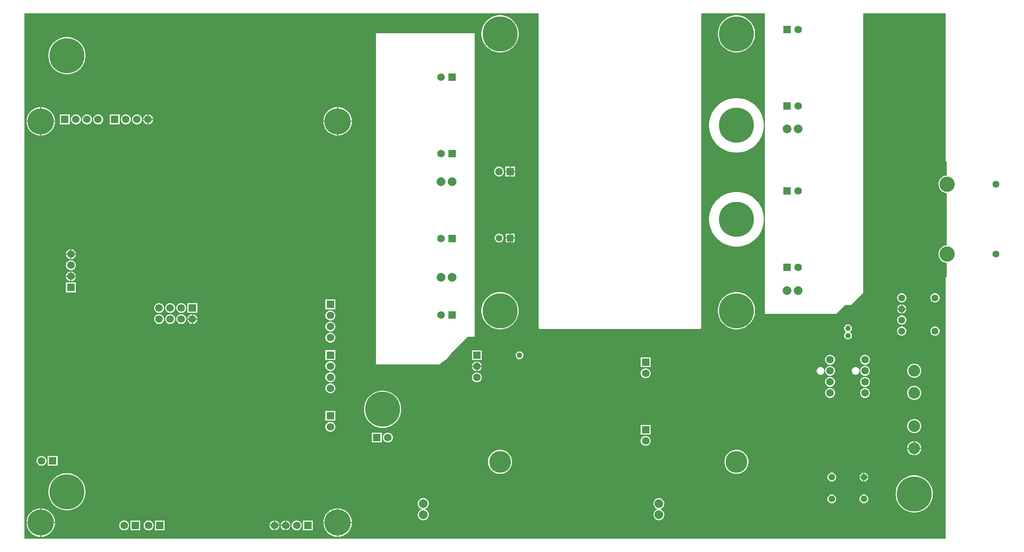
<source format=gbl>
G04*
G04 #@! TF.GenerationSoftware,Altium Limited,Altium Designer,22.8.2 (66)*
G04*
G04 Layer_Physical_Order=2*
G04 Layer_Color=16711680*
%FSLAX44Y44*%
%MOMM*%
G71*
G04*
G04 #@! TF.SameCoordinates,71C3AFDF-B8C1-413B-9B0B-563F97835029*
G04*
G04*
G04 #@! TF.FilePolarity,Positive*
G04*
G01*
G75*
%ADD47R,1.5000X1.5000*%
%ADD48C,1.5000*%
%ADD49R,1.7500X1.7500*%
%ADD50C,1.7500*%
%ADD51R,1.7500X1.7500*%
%ADD52C,8.0000*%
%ADD53C,2.0000*%
%ADD54C,5.0000*%
%ADD55C,3.5000*%
%ADD56C,1.6000*%
%ADD57C,2.7000*%
%ADD58C,6.0000*%
%ADD59C,1.2700*%
G36*
X2167860Y941070D02*
X2168057Y940079D01*
X2168619Y939239D01*
X2169459Y938678D01*
X2170450Y938480D01*
Y906380D01*
X2169726D01*
X2165854Y905610D01*
X2162207Y904099D01*
X2158925Y901906D01*
X2156134Y899115D01*
X2153941Y895833D01*
X2152430Y892186D01*
X2151660Y888314D01*
Y884366D01*
X2152430Y880495D01*
X2153941Y876848D01*
X2156134Y873565D01*
X2158925Y870774D01*
X2162207Y868581D01*
X2165854Y867070D01*
X2169726Y866300D01*
X2170450D01*
Y746380D01*
X2169726D01*
X2165854Y745610D01*
X2162207Y744099D01*
X2158925Y741906D01*
X2156134Y739115D01*
X2153941Y735833D01*
X2152430Y732186D01*
X2151660Y728314D01*
Y724366D01*
X2152430Y720495D01*
X2153941Y716848D01*
X2156134Y713565D01*
X2158925Y710774D01*
X2162207Y708581D01*
X2165854Y707070D01*
X2169726Y706300D01*
X2170450D01*
Y674420D01*
X2169459Y674222D01*
X2168618Y673661D01*
X2168057Y672821D01*
X2167860Y671830D01*
X2167860Y73420D01*
X670450D01*
X58039Y73419D01*
X58039Y1278890D01*
X1236131Y1278890D01*
X1236131Y557530D01*
X1236328Y556539D01*
X1236889Y555699D01*
X1237729Y555137D01*
X1238720Y554940D01*
X1605500Y554940D01*
X1606491Y555137D01*
X1607331Y555699D01*
X1607892Y556539D01*
X1608089Y557530D01*
X1608089Y1278890D01*
X1753870D01*
Y589280D01*
X1917700Y589280D01*
X1938020Y609600D01*
X1951040D01*
X1979420Y637980D01*
X1979420Y1278890D01*
X2167860D01*
Y941070D01*
D02*
G37*
%LPC*%
G36*
X1691748Y1274020D02*
X1686172D01*
X1680643Y1273292D01*
X1675257Y1271849D01*
X1670105Y1269715D01*
X1665275Y1266927D01*
X1660851Y1263532D01*
X1656908Y1259589D01*
X1653513Y1255165D01*
X1650725Y1250335D01*
X1648591Y1245183D01*
X1647148Y1239797D01*
X1646420Y1234268D01*
Y1228692D01*
X1647148Y1223163D01*
X1648591Y1217777D01*
X1650725Y1212625D01*
X1653513Y1207795D01*
X1656908Y1203371D01*
X1660851Y1199428D01*
X1665275Y1196033D01*
X1670105Y1193245D01*
X1675257Y1191111D01*
X1680643Y1189668D01*
X1686172Y1188940D01*
X1691748D01*
X1697277Y1189668D01*
X1702663Y1191111D01*
X1707815Y1193245D01*
X1712645Y1196033D01*
X1717069Y1199428D01*
X1721012Y1203371D01*
X1724407Y1207795D01*
X1727195Y1212625D01*
X1729329Y1217777D01*
X1730772Y1223163D01*
X1731500Y1228692D01*
Y1234268D01*
X1730772Y1239797D01*
X1729329Y1245183D01*
X1727195Y1250335D01*
X1724407Y1255165D01*
X1721012Y1259589D01*
X1717069Y1263532D01*
X1712645Y1266927D01*
X1707815Y1269715D01*
X1702663Y1271849D01*
X1697277Y1273292D01*
X1691748Y1274020D01*
D02*
G37*
G36*
X1150153D02*
X1144577D01*
X1139048Y1273292D01*
X1133662Y1271849D01*
X1128510Y1269715D01*
X1123680Y1266927D01*
X1119256Y1263532D01*
X1115313Y1259589D01*
X1111918Y1255165D01*
X1109130Y1250335D01*
X1106996Y1245183D01*
X1105553Y1239797D01*
X1104825Y1234268D01*
Y1228692D01*
X1105553Y1223163D01*
X1106996Y1217777D01*
X1109130Y1212625D01*
X1111918Y1207795D01*
X1115313Y1203371D01*
X1119256Y1199428D01*
X1123680Y1196033D01*
X1128510Y1193245D01*
X1133662Y1191111D01*
X1139048Y1189668D01*
X1144577Y1188940D01*
X1150153D01*
X1155682Y1189668D01*
X1161068Y1191111D01*
X1166220Y1193245D01*
X1171050Y1196033D01*
X1175474Y1199428D01*
X1179417Y1203371D01*
X1182812Y1207795D01*
X1185600Y1212625D01*
X1187734Y1217777D01*
X1189177Y1223163D01*
X1189905Y1228692D01*
Y1234268D01*
X1189177Y1239797D01*
X1187734Y1245183D01*
X1185600Y1250335D01*
X1182812Y1255165D01*
X1179417Y1259589D01*
X1175474Y1263532D01*
X1171050Y1266927D01*
X1166220Y1269715D01*
X1161068Y1271849D01*
X1155682Y1273292D01*
X1150153Y1274020D01*
D02*
G37*
G36*
X158238Y1224020D02*
X152662D01*
X147133Y1223292D01*
X141747Y1221849D01*
X136595Y1219715D01*
X131765Y1216927D01*
X127341Y1213532D01*
X123398Y1209589D01*
X120003Y1205165D01*
X117215Y1200335D01*
X115081Y1195183D01*
X113638Y1189797D01*
X112910Y1184268D01*
Y1178692D01*
X113638Y1173163D01*
X115081Y1167777D01*
X117215Y1162625D01*
X120003Y1157795D01*
X123398Y1153371D01*
X127341Y1149428D01*
X131765Y1146033D01*
X136595Y1143245D01*
X141747Y1141111D01*
X147133Y1139668D01*
X152662Y1138940D01*
X158238D01*
X163767Y1139668D01*
X169153Y1141111D01*
X174305Y1143245D01*
X179135Y1146033D01*
X183559Y1149428D01*
X187502Y1153371D01*
X190897Y1157795D01*
X193685Y1162625D01*
X195819Y1167777D01*
X197262Y1173163D01*
X197990Y1178692D01*
Y1184268D01*
X197262Y1189797D01*
X195819Y1195183D01*
X193685Y1200335D01*
X190897Y1205165D01*
X187502Y1209589D01*
X183559Y1213532D01*
X179135Y1216927D01*
X174305Y1219715D01*
X169153Y1221849D01*
X163767Y1223292D01*
X158238Y1224020D01*
D02*
G37*
G36*
X342686Y1046560D02*
X342470D01*
Y1036540D01*
X352490D01*
Y1036756D01*
X351721Y1039628D01*
X350234Y1042202D01*
X348132Y1044304D01*
X345558Y1045790D01*
X342686Y1046560D01*
D02*
G37*
G36*
X339930D02*
X339714D01*
X336842Y1045790D01*
X334268Y1044304D01*
X332166Y1042202D01*
X330679Y1039628D01*
X329910Y1036756D01*
Y1036540D01*
X339930D01*
Y1046560D01*
D02*
G37*
G36*
X778011Y1063370D02*
X776720D01*
Y1032100D01*
X807990D01*
Y1033391D01*
X807189Y1038449D01*
X805606Y1043321D01*
X803281Y1047884D01*
X800270Y1052028D01*
X796648Y1055650D01*
X792505Y1058660D01*
X787941Y1060986D01*
X783070Y1062569D01*
X778011Y1063370D01*
D02*
G37*
G36*
X774180D02*
X772889D01*
X767830Y1062569D01*
X762959Y1060986D01*
X758395Y1058660D01*
X754251Y1055650D01*
X750630Y1052028D01*
X747619Y1047884D01*
X745294Y1043321D01*
X743711Y1038449D01*
X742910Y1033391D01*
Y1032100D01*
X774180D01*
Y1063370D01*
D02*
G37*
G36*
X98011D02*
X96720D01*
Y1032100D01*
X127990D01*
Y1033391D01*
X127189Y1038449D01*
X125606Y1043321D01*
X123281Y1047884D01*
X120270Y1052028D01*
X116648Y1055650D01*
X112505Y1058660D01*
X107941Y1060986D01*
X103070Y1062569D01*
X98011Y1063370D01*
D02*
G37*
G36*
X94180D02*
X92889D01*
X87830Y1062569D01*
X82959Y1060986D01*
X78395Y1058660D01*
X74251Y1055650D01*
X70630Y1052028D01*
X67619Y1047884D01*
X65294Y1043321D01*
X63711Y1038449D01*
X62910Y1033391D01*
Y1032100D01*
X94180D01*
Y1063370D01*
D02*
G37*
G36*
X352490Y1034000D02*
X342470D01*
Y1023980D01*
X342686D01*
X345558Y1024749D01*
X348132Y1026236D01*
X350234Y1028337D01*
X351721Y1030912D01*
X352490Y1033783D01*
Y1034000D01*
D02*
G37*
G36*
X339930D02*
X329910D01*
Y1033783D01*
X330679Y1030912D01*
X332166Y1028337D01*
X334268Y1026236D01*
X336842Y1024749D01*
X339714Y1023980D01*
X339930D01*
Y1034000D01*
D02*
G37*
G36*
X317286Y1046560D02*
X314314D01*
X311442Y1045790D01*
X308868Y1044304D01*
X306766Y1042202D01*
X305279Y1039628D01*
X304510Y1036756D01*
Y1033783D01*
X305279Y1030912D01*
X306766Y1028337D01*
X308868Y1026236D01*
X311442Y1024749D01*
X314314Y1023980D01*
X317286D01*
X320158Y1024749D01*
X322732Y1026236D01*
X324834Y1028337D01*
X326320Y1030912D01*
X327090Y1033783D01*
Y1036756D01*
X326320Y1039628D01*
X324834Y1042202D01*
X322732Y1044304D01*
X320158Y1045790D01*
X317286Y1046560D01*
D02*
G37*
G36*
X291886D02*
X288913D01*
X286042Y1045790D01*
X283468Y1044304D01*
X281366Y1042202D01*
X279879Y1039628D01*
X279110Y1036756D01*
Y1033783D01*
X279879Y1030912D01*
X281366Y1028337D01*
X283468Y1026236D01*
X286042Y1024749D01*
X288913Y1023980D01*
X291886D01*
X294758Y1024749D01*
X297332Y1026236D01*
X299434Y1028337D01*
X300921Y1030912D01*
X301690Y1033783D01*
Y1036756D01*
X300921Y1039628D01*
X299434Y1042202D01*
X297332Y1044304D01*
X294758Y1045790D01*
X291886Y1046560D01*
D02*
G37*
G36*
X276290D02*
X253710D01*
Y1023980D01*
X276290D01*
Y1046560D01*
D02*
G37*
G36*
X228386D02*
X225413D01*
X222542Y1045790D01*
X219968Y1044304D01*
X217866Y1042202D01*
X216379Y1039628D01*
X215610Y1036756D01*
Y1033783D01*
X216379Y1030912D01*
X217866Y1028337D01*
X219968Y1026236D01*
X222542Y1024749D01*
X225413Y1023980D01*
X228386D01*
X231258Y1024749D01*
X233832Y1026236D01*
X235934Y1028337D01*
X237421Y1030912D01*
X238190Y1033783D01*
Y1036756D01*
X237421Y1039628D01*
X235934Y1042202D01*
X233832Y1044304D01*
X231258Y1045790D01*
X228386Y1046560D01*
D02*
G37*
G36*
X202986D02*
X200014D01*
X197142Y1045790D01*
X194568Y1044304D01*
X192466Y1042202D01*
X190979Y1039628D01*
X190210Y1036756D01*
Y1033783D01*
X190979Y1030912D01*
X192466Y1028337D01*
X194568Y1026236D01*
X197142Y1024749D01*
X200014Y1023980D01*
X202986D01*
X205858Y1024749D01*
X208432Y1026236D01*
X210534Y1028337D01*
X212020Y1030912D01*
X212790Y1033783D01*
Y1036756D01*
X212020Y1039628D01*
X210534Y1042202D01*
X208432Y1044304D01*
X205858Y1045790D01*
X202986Y1046560D01*
D02*
G37*
G36*
X177586D02*
X174613D01*
X171742Y1045790D01*
X169168Y1044304D01*
X167066Y1042202D01*
X165579Y1039628D01*
X164810Y1036756D01*
Y1033783D01*
X165579Y1030912D01*
X167066Y1028337D01*
X169168Y1026236D01*
X171742Y1024749D01*
X174613Y1023980D01*
X177586D01*
X180458Y1024749D01*
X183032Y1026236D01*
X185134Y1028337D01*
X186621Y1030912D01*
X187390Y1033783D01*
Y1036756D01*
X186621Y1039628D01*
X185134Y1042202D01*
X183032Y1044304D01*
X180458Y1045790D01*
X177586Y1046560D01*
D02*
G37*
G36*
X161990D02*
X139410D01*
Y1023980D01*
X161990D01*
Y1046560D01*
D02*
G37*
G36*
X807990Y1029560D02*
X776720D01*
Y998290D01*
X778011D01*
X783070Y999091D01*
X787941Y1000674D01*
X792505Y1002999D01*
X796648Y1006010D01*
X800270Y1009631D01*
X803281Y1013775D01*
X805606Y1018339D01*
X807189Y1023210D01*
X807990Y1028269D01*
Y1029560D01*
D02*
G37*
G36*
X774180D02*
X742910D01*
Y1028269D01*
X743711Y1023210D01*
X745294Y1018339D01*
X747619Y1013775D01*
X750630Y1009631D01*
X754251Y1006010D01*
X758395Y1002999D01*
X762959Y1000674D01*
X767830Y999091D01*
X772889Y998290D01*
X774180D01*
Y1029560D01*
D02*
G37*
G36*
X127990D02*
X96720D01*
Y998290D01*
X98011D01*
X103070Y999091D01*
X107941Y1000674D01*
X112505Y1002999D01*
X116648Y1006010D01*
X120270Y1009631D01*
X123281Y1013775D01*
X125606Y1018339D01*
X127189Y1023210D01*
X127990Y1028269D01*
Y1029560D01*
D02*
G37*
G36*
X94180D02*
X62910D01*
Y1028269D01*
X63711Y1023210D01*
X65294Y1018339D01*
X67619Y1013775D01*
X70630Y1009631D01*
X74251Y1006010D01*
X78395Y1002999D01*
X82959Y1000674D01*
X87830Y999091D01*
X92889Y998290D01*
X94180D01*
Y1029560D01*
D02*
G37*
G36*
X1692472Y1084170D02*
X1685448D01*
X1678468Y1083383D01*
X1671619Y1081821D01*
X1664989Y1079501D01*
X1658661Y1076453D01*
X1652713Y1072716D01*
X1647221Y1068336D01*
X1642254Y1063369D01*
X1637874Y1057877D01*
X1634137Y1051929D01*
X1631089Y1045601D01*
X1628770Y1038971D01*
X1627207Y1032122D01*
X1626420Y1025142D01*
Y1018118D01*
X1627207Y1011138D01*
X1628770Y1004289D01*
X1631089Y997659D01*
X1634137Y991331D01*
X1637874Y985383D01*
X1642254Y979891D01*
X1647221Y974924D01*
X1652713Y970545D01*
X1658661Y966807D01*
X1664989Y963760D01*
X1671619Y961440D01*
X1678468Y959876D01*
X1685448Y959090D01*
X1692472D01*
X1699452Y959876D01*
X1706301Y961440D01*
X1712931Y963760D01*
X1719259Y966807D01*
X1725207Y970545D01*
X1730699Y974924D01*
X1735666Y979891D01*
X1740045Y985383D01*
X1743783Y991331D01*
X1746830Y997659D01*
X1749151Y1004289D01*
X1750714Y1011138D01*
X1751500Y1018118D01*
Y1025142D01*
X1750714Y1032122D01*
X1749151Y1038971D01*
X1746830Y1045601D01*
X1743783Y1051929D01*
X1740045Y1057877D01*
X1735666Y1063369D01*
X1730699Y1068336D01*
X1725207Y1072716D01*
X1719259Y1076453D01*
X1712931Y1079501D01*
X1706301Y1081821D01*
X1699452Y1083383D01*
X1692472Y1084170D01*
D02*
G37*
G36*
X1181932Y926840D02*
X1171912D01*
Y916820D01*
X1181932D01*
Y926840D01*
D02*
G37*
G36*
X1169372D02*
X1159352D01*
Y916820D01*
X1169372D01*
Y926840D01*
D02*
G37*
G36*
X1181932Y914280D02*
X1171912D01*
Y904260D01*
X1181932D01*
Y914280D01*
D02*
G37*
G36*
X1169372D02*
X1159352D01*
Y904260D01*
X1169372D01*
Y914280D01*
D02*
G37*
G36*
X1146728Y926840D02*
X1143755D01*
X1140884Y926071D01*
X1138309Y924584D01*
X1136207Y922482D01*
X1134721Y919908D01*
X1133952Y917036D01*
Y914064D01*
X1134721Y911192D01*
X1136207Y908618D01*
X1138309Y906516D01*
X1140884Y905029D01*
X1143755Y904260D01*
X1146728D01*
X1149600Y905029D01*
X1152174Y906516D01*
X1154276Y908618D01*
X1155762Y911192D01*
X1156532Y914064D01*
Y917036D01*
X1155762Y919908D01*
X1154276Y922482D01*
X1152174Y924584D01*
X1149600Y926071D01*
X1146728Y926840D01*
D02*
G37*
G36*
X1180682Y773310D02*
X1171912D01*
Y764540D01*
X1180682D01*
Y773310D01*
D02*
G37*
G36*
X1169372D02*
X1160602D01*
Y764540D01*
X1169372D01*
Y773310D01*
D02*
G37*
G36*
X1180682Y762000D02*
X1171912D01*
Y753230D01*
X1180682D01*
Y762000D01*
D02*
G37*
G36*
X1169372D02*
X1160602D01*
Y753230D01*
X1169372D01*
Y762000D01*
D02*
G37*
G36*
X1146563Y773310D02*
X1143920D01*
X1141366Y772626D01*
X1139077Y771304D01*
X1137208Y769435D01*
X1135886Y767145D01*
X1135202Y764592D01*
Y761948D01*
X1135886Y759395D01*
X1137208Y757105D01*
X1139077Y755236D01*
X1141366Y753914D01*
X1143920Y753230D01*
X1146563D01*
X1149117Y753914D01*
X1151406Y755236D01*
X1153276Y757105D01*
X1154597Y759395D01*
X1155282Y761948D01*
Y764592D01*
X1154597Y767145D01*
X1153276Y769435D01*
X1151406Y771304D01*
X1149117Y772626D01*
X1146563Y773310D01*
D02*
G37*
G36*
X1692472Y868870D02*
X1685448D01*
X1678468Y868083D01*
X1671619Y866520D01*
X1664989Y864201D01*
X1658660Y861153D01*
X1652713Y857416D01*
X1647221Y853036D01*
X1642254Y848069D01*
X1637874Y842577D01*
X1634137Y836629D01*
X1631089Y830301D01*
X1628770Y823671D01*
X1627206Y816822D01*
X1626420Y809842D01*
Y802818D01*
X1627206Y795838D01*
X1628770Y788989D01*
X1631089Y782359D01*
X1634137Y776031D01*
X1637874Y770083D01*
X1642254Y764591D01*
X1647221Y759624D01*
X1652713Y755245D01*
X1658660Y751507D01*
X1664989Y748459D01*
X1671619Y746140D01*
X1678468Y744576D01*
X1685448Y743790D01*
X1692472D01*
X1699452Y744576D01*
X1706301Y746140D01*
X1712931Y748459D01*
X1719259Y751507D01*
X1725207Y755245D01*
X1730699Y759624D01*
X1735666Y764591D01*
X1740045Y770083D01*
X1743783Y776031D01*
X1746830Y782359D01*
X1749150Y788989D01*
X1750714Y795838D01*
X1751500Y802818D01*
Y809842D01*
X1750714Y816822D01*
X1749150Y823671D01*
X1746830Y830301D01*
X1743783Y836629D01*
X1740045Y842577D01*
X1735666Y848069D01*
X1730699Y853036D01*
X1725207Y857416D01*
X1719259Y861153D01*
X1712931Y864201D01*
X1706301Y866520D01*
X1699452Y868083D01*
X1692472Y868870D01*
D02*
G37*
G36*
X166066Y737480D02*
X165850D01*
Y727460D01*
X175870D01*
Y727676D01*
X175100Y730547D01*
X173614Y733122D01*
X171512Y735224D01*
X168938Y736710D01*
X166066Y737480D01*
D02*
G37*
G36*
X163310D02*
X163094D01*
X160222Y736710D01*
X157648Y735224D01*
X155546Y733122D01*
X154059Y730547D01*
X153290Y727676D01*
Y727460D01*
X163310D01*
Y737480D01*
D02*
G37*
G36*
X175870Y724920D02*
X165850D01*
Y714900D01*
X166066D01*
X168938Y715669D01*
X171512Y717156D01*
X173614Y719258D01*
X175100Y721832D01*
X175870Y724703D01*
Y724920D01*
D02*
G37*
G36*
X163310D02*
X153290D01*
Y724703D01*
X154059Y721832D01*
X155546Y719258D01*
X157648Y717156D01*
X160222Y715669D01*
X163094Y714900D01*
X163310D01*
Y724920D01*
D02*
G37*
G36*
X166066Y712080D02*
X163094D01*
X160222Y711310D01*
X157648Y709824D01*
X155546Y707722D01*
X154059Y705147D01*
X153290Y702276D01*
Y699303D01*
X154059Y696432D01*
X155546Y693857D01*
X157648Y691756D01*
X160222Y690269D01*
X163094Y689500D01*
X166066D01*
X168938Y690269D01*
X171512Y691756D01*
X173614Y693857D01*
X175100Y696432D01*
X175870Y699303D01*
Y702276D01*
X175100Y705147D01*
X173614Y707722D01*
X171512Y709824D01*
X168938Y711310D01*
X166066Y712080D01*
D02*
G37*
G36*
Y686680D02*
X165850D01*
Y676660D01*
X175870D01*
Y676876D01*
X175100Y679747D01*
X173614Y682322D01*
X171512Y684424D01*
X168938Y685910D01*
X166066Y686680D01*
D02*
G37*
G36*
X163310D02*
X163094D01*
X160222Y685910D01*
X157648Y684424D01*
X155546Y682322D01*
X154059Y679747D01*
X153290Y676876D01*
Y676660D01*
X163310D01*
Y686680D01*
D02*
G37*
G36*
X175870Y674120D02*
X165850D01*
Y664100D01*
X166066D01*
X168938Y664869D01*
X171512Y666356D01*
X173614Y668457D01*
X175100Y671032D01*
X175870Y673903D01*
Y674120D01*
D02*
G37*
G36*
X163310D02*
X153290D01*
Y673903D01*
X154059Y671032D01*
X155546Y668457D01*
X157648Y666356D01*
X160222Y664869D01*
X163094Y664100D01*
X163310D01*
Y674120D01*
D02*
G37*
G36*
X175870Y661280D02*
X153290D01*
Y638700D01*
X175870D01*
Y661280D01*
D02*
G37*
G36*
X2145148Y636650D02*
X2142372D01*
X2139692Y635932D01*
X2137288Y634544D01*
X2135326Y632582D01*
X2133938Y630178D01*
X2133220Y627498D01*
Y624722D01*
X2133938Y622042D01*
X2135326Y619638D01*
X2137288Y617676D01*
X2139692Y616288D01*
X2142372Y615570D01*
X2145148D01*
X2147828Y616288D01*
X2150232Y617676D01*
X2152194Y619638D01*
X2153582Y622042D01*
X2154300Y624722D01*
Y627498D01*
X2153582Y630178D01*
X2152194Y632582D01*
X2150232Y634544D01*
X2147828Y635932D01*
X2145148Y636650D01*
D02*
G37*
G36*
X2068948D02*
X2066172D01*
X2063492Y635932D01*
X2061088Y634544D01*
X2059126Y632582D01*
X2057738Y630178D01*
X2057020Y627498D01*
Y624722D01*
X2057738Y622042D01*
X2059126Y619638D01*
X2061088Y617676D01*
X2063492Y616288D01*
X2066172Y615570D01*
X2068948D01*
X2071628Y616288D01*
X2074032Y617676D01*
X2075994Y619638D01*
X2077382Y622042D01*
X2078100Y624722D01*
Y627498D01*
X2077382Y630178D01*
X2075994Y632582D01*
X2074032Y634544D01*
X2071628Y635932D01*
X2068948Y636650D01*
D02*
G37*
G36*
Y611250D02*
X2068830D01*
Y601980D01*
X2078100D01*
Y602098D01*
X2077382Y604778D01*
X2075994Y607182D01*
X2074032Y609144D01*
X2071628Y610532D01*
X2068948Y611250D01*
D02*
G37*
G36*
X2066290D02*
X2066172D01*
X2063492Y610532D01*
X2061088Y609144D01*
X2059126Y607182D01*
X2057738Y604778D01*
X2057020Y602098D01*
Y601980D01*
X2066290D01*
Y611250D01*
D02*
G37*
G36*
X770230Y622380D02*
X747650D01*
Y599800D01*
X770230D01*
Y622380D01*
D02*
G37*
G36*
X454000Y614130D02*
X431420D01*
Y591550D01*
X454000D01*
Y614130D01*
D02*
G37*
G36*
X418796D02*
X415824D01*
X412952Y613360D01*
X410378Y611874D01*
X408276Y609772D01*
X406789Y607197D01*
X406020Y604326D01*
Y601353D01*
X406789Y598482D01*
X408276Y595908D01*
X410378Y593806D01*
X412952Y592319D01*
X415824Y591550D01*
X418796D01*
X421668Y592319D01*
X424242Y593806D01*
X426344Y595908D01*
X427831Y598482D01*
X428600Y601353D01*
Y604326D01*
X427831Y607197D01*
X426344Y609772D01*
X424242Y611874D01*
X421668Y613360D01*
X418796Y614130D01*
D02*
G37*
G36*
X393396D02*
X390424D01*
X387552Y613360D01*
X384978Y611874D01*
X382876Y609772D01*
X381389Y607197D01*
X380620Y604326D01*
Y601353D01*
X381389Y598482D01*
X382876Y595908D01*
X384978Y593806D01*
X387552Y592319D01*
X390424Y591550D01*
X393396D01*
X396268Y592319D01*
X398842Y593806D01*
X400944Y595908D01*
X402430Y598482D01*
X403200Y601353D01*
Y604326D01*
X402430Y607197D01*
X400944Y609772D01*
X398842Y611874D01*
X396268Y613360D01*
X393396Y614130D01*
D02*
G37*
G36*
X367996D02*
X365024D01*
X362152Y613360D01*
X359578Y611874D01*
X357476Y609772D01*
X355989Y607197D01*
X355220Y604326D01*
Y601353D01*
X355989Y598482D01*
X357476Y595908D01*
X359578Y593806D01*
X362152Y592319D01*
X365024Y591550D01*
X367996D01*
X370868Y592319D01*
X373442Y593806D01*
X375544Y595908D01*
X377030Y598482D01*
X377800Y601353D01*
Y604326D01*
X377030Y607197D01*
X375544Y609772D01*
X373442Y611874D01*
X370868Y613360D01*
X367996Y614130D01*
D02*
G37*
G36*
X2078100Y599440D02*
X2068830D01*
Y590170D01*
X2068948D01*
X2071628Y590888D01*
X2074032Y592276D01*
X2075994Y594238D01*
X2077382Y596642D01*
X2078100Y599322D01*
Y599440D01*
D02*
G37*
G36*
X2066290D02*
X2057020D01*
Y599322D01*
X2057738Y596642D01*
X2059126Y594238D01*
X2061088Y592276D01*
X2063492Y590888D01*
X2066172Y590170D01*
X2066290D01*
Y599440D01*
D02*
G37*
G36*
X444196Y588730D02*
X443980D01*
Y578710D01*
X454000D01*
Y578926D01*
X453231Y581797D01*
X451744Y584372D01*
X449642Y586474D01*
X447068Y587960D01*
X444196Y588730D01*
D02*
G37*
G36*
X441440D02*
X441224D01*
X438352Y587960D01*
X435778Y586474D01*
X433676Y584372D01*
X432189Y581797D01*
X431420Y578926D01*
Y578710D01*
X441440D01*
Y588730D01*
D02*
G37*
G36*
X760426Y596980D02*
X757454D01*
X754582Y596210D01*
X752008Y594724D01*
X749906Y592622D01*
X748419Y590047D01*
X747650Y587176D01*
Y584203D01*
X748419Y581332D01*
X749906Y578758D01*
X752008Y576656D01*
X754582Y575169D01*
X757454Y574400D01*
X760426D01*
X763298Y575169D01*
X765872Y576656D01*
X767974Y578758D01*
X769461Y581332D01*
X770230Y584203D01*
Y587176D01*
X769461Y590047D01*
X767974Y592622D01*
X765872Y594724D01*
X763298Y596210D01*
X760426Y596980D01*
D02*
G37*
G36*
X454000Y576170D02*
X443980D01*
Y566150D01*
X444196D01*
X447068Y566919D01*
X449642Y568405D01*
X451744Y570508D01*
X453231Y573082D01*
X454000Y575953D01*
Y576170D01*
D02*
G37*
G36*
X441440D02*
X431420D01*
Y575953D01*
X432189Y573082D01*
X433676Y570508D01*
X435778Y568405D01*
X438352Y566919D01*
X441224Y566150D01*
X441440D01*
Y576170D01*
D02*
G37*
G36*
X418796Y588730D02*
X415824D01*
X412952Y587960D01*
X410378Y586474D01*
X408276Y584372D01*
X406789Y581797D01*
X406020Y578926D01*
Y575953D01*
X406789Y573082D01*
X408276Y570508D01*
X410378Y568405D01*
X412952Y566919D01*
X415824Y566150D01*
X418796D01*
X421668Y566919D01*
X424242Y568405D01*
X426344Y570508D01*
X427831Y573082D01*
X428600Y575953D01*
Y578926D01*
X427831Y581797D01*
X426344Y584372D01*
X424242Y586474D01*
X421668Y587960D01*
X418796Y588730D01*
D02*
G37*
G36*
X393396D02*
X390424D01*
X387552Y587960D01*
X384978Y586474D01*
X382876Y584372D01*
X381389Y581797D01*
X380620Y578926D01*
Y575953D01*
X381389Y573082D01*
X382876Y570508D01*
X384978Y568405D01*
X387552Y566919D01*
X390424Y566150D01*
X393396D01*
X396268Y566919D01*
X398842Y568405D01*
X400944Y570508D01*
X402430Y573082D01*
X403200Y575953D01*
Y578926D01*
X402430Y581797D01*
X400944Y584372D01*
X398842Y586474D01*
X396268Y587960D01*
X393396Y588730D01*
D02*
G37*
G36*
X367996D02*
X365024D01*
X362152Y587960D01*
X359578Y586474D01*
X357476Y584372D01*
X355989Y581797D01*
X355220Y578926D01*
Y575953D01*
X355989Y573082D01*
X357476Y570508D01*
X359578Y568405D01*
X362152Y566919D01*
X365024Y566150D01*
X367996D01*
X370868Y566919D01*
X373442Y568405D01*
X375544Y570508D01*
X377030Y573082D01*
X377800Y575953D01*
Y578926D01*
X377030Y581797D01*
X375544Y584372D01*
X373442Y586474D01*
X370868Y587960D01*
X367996Y588730D01*
D02*
G37*
G36*
X2068948Y585850D02*
X2066172D01*
X2063492Y585132D01*
X2061088Y583744D01*
X2059126Y581782D01*
X2057738Y579378D01*
X2057020Y576698D01*
Y573922D01*
X2057738Y571242D01*
X2059126Y568838D01*
X2061088Y566876D01*
X2063492Y565488D01*
X2066172Y564770D01*
X2068948D01*
X2071628Y565488D01*
X2074032Y566876D01*
X2075994Y568838D01*
X2077382Y571242D01*
X2078100Y573922D01*
Y576698D01*
X2077382Y579378D01*
X2075994Y581782D01*
X2074032Y583744D01*
X2071628Y585132D01*
X2068948Y585850D01*
D02*
G37*
G36*
X1691748Y639020D02*
X1686172D01*
X1680643Y638292D01*
X1675257Y636849D01*
X1670105Y634715D01*
X1665275Y631927D01*
X1660851Y628532D01*
X1656908Y624589D01*
X1653513Y620165D01*
X1650725Y615335D01*
X1648591Y610183D01*
X1647148Y604797D01*
X1646420Y599268D01*
Y593692D01*
X1647148Y588163D01*
X1648591Y582777D01*
X1650725Y577625D01*
X1653513Y572795D01*
X1656908Y568371D01*
X1660851Y564428D01*
X1665275Y561033D01*
X1670105Y558245D01*
X1675257Y556111D01*
X1680643Y554668D01*
X1686172Y553940D01*
X1691748D01*
X1697277Y554668D01*
X1702663Y556111D01*
X1707815Y558245D01*
X1712645Y561033D01*
X1717069Y564428D01*
X1721012Y568371D01*
X1724407Y572795D01*
X1727195Y577625D01*
X1729329Y582777D01*
X1730772Y588163D01*
X1731500Y593692D01*
Y599268D01*
X1730772Y604797D01*
X1729329Y610183D01*
X1727195Y615335D01*
X1724407Y620165D01*
X1721012Y624589D01*
X1717069Y628532D01*
X1712645Y631927D01*
X1707815Y634715D01*
X1702663Y636849D01*
X1697277Y638292D01*
X1691748Y639020D01*
D02*
G37*
G36*
X1150153D02*
X1144577D01*
X1139048Y638292D01*
X1133662Y636849D01*
X1128510Y634715D01*
X1123680Y631927D01*
X1119256Y628532D01*
X1115313Y624589D01*
X1111918Y620165D01*
X1109130Y615335D01*
X1106996Y610183D01*
X1105553Y604797D01*
X1104825Y599268D01*
Y593692D01*
X1105553Y588163D01*
X1106996Y582777D01*
X1109130Y577625D01*
X1111918Y572795D01*
X1115313Y568371D01*
X1119256Y564428D01*
X1123680Y561033D01*
X1128510Y558245D01*
X1133662Y556111D01*
X1139048Y554668D01*
X1144577Y553940D01*
X1150153D01*
X1155682Y554668D01*
X1161068Y556111D01*
X1166220Y558245D01*
X1171050Y561033D01*
X1175474Y564428D01*
X1179417Y568371D01*
X1182812Y572795D01*
X1185600Y577625D01*
X1187734Y582777D01*
X1189177Y588163D01*
X1189905Y593692D01*
Y599268D01*
X1189177Y604797D01*
X1187734Y610183D01*
X1185600Y615335D01*
X1182812Y620165D01*
X1179417Y624589D01*
X1175474Y628532D01*
X1171050Y631927D01*
X1166220Y634715D01*
X1161068Y636849D01*
X1155682Y638292D01*
X1150153Y639020D01*
D02*
G37*
G36*
X760426Y571580D02*
X757454D01*
X754582Y570810D01*
X752008Y569324D01*
X749906Y567222D01*
X748419Y564647D01*
X747650Y561776D01*
Y558803D01*
X748419Y555932D01*
X749906Y553358D01*
X752008Y551255D01*
X754582Y549769D01*
X757454Y549000D01*
X760426D01*
X763298Y549769D01*
X765872Y551255D01*
X767974Y553358D01*
X769461Y555932D01*
X770230Y558803D01*
Y561776D01*
X769461Y564647D01*
X767974Y567222D01*
X765872Y569324D01*
X763298Y570810D01*
X760426Y571580D01*
D02*
G37*
G36*
X2145148Y560450D02*
X2142372D01*
X2139692Y559732D01*
X2137288Y558344D01*
X2135326Y556382D01*
X2133938Y553978D01*
X2133220Y551298D01*
Y548522D01*
X2133938Y545842D01*
X2135326Y543438D01*
X2137288Y541476D01*
X2139692Y540088D01*
X2142372Y539370D01*
X2145148D01*
X2147828Y540088D01*
X2150232Y541476D01*
X2152194Y543438D01*
X2153582Y545842D01*
X2154300Y548522D01*
Y551298D01*
X2153582Y553978D01*
X2152194Y556382D01*
X2150232Y558344D01*
X2147828Y559732D01*
X2145148Y560450D01*
D02*
G37*
G36*
X2068948D02*
X2066172D01*
X2063492Y559732D01*
X2061088Y558344D01*
X2059126Y556382D01*
X2057738Y553978D01*
X2057020Y551298D01*
Y548522D01*
X2057738Y545842D01*
X2059126Y543438D01*
X2061088Y541476D01*
X2063492Y540088D01*
X2066172Y539370D01*
X2068948D01*
X2071628Y540088D01*
X2074032Y541476D01*
X2075994Y543438D01*
X2077382Y545842D01*
X2078100Y548522D01*
Y551298D01*
X2077382Y553978D01*
X2075994Y556382D01*
X2074032Y558344D01*
X2071628Y559732D01*
X2068948Y560450D01*
D02*
G37*
G36*
X1945540Y565150D02*
X1943200D01*
X1940939Y564544D01*
X1938911Y563374D01*
X1937256Y561719D01*
X1936086Y559691D01*
X1935480Y557430D01*
Y555090D01*
X1936086Y552829D01*
X1937256Y550801D01*
X1938911Y549146D01*
X1939788Y548640D01*
Y547370D01*
X1938911Y546864D01*
X1937256Y545209D01*
X1936086Y543181D01*
X1935480Y540920D01*
Y538580D01*
X1936086Y536319D01*
X1937256Y534291D01*
X1938911Y532636D01*
X1940939Y531466D01*
X1943200Y530860D01*
X1945540D01*
X1947801Y531466D01*
X1949829Y532636D01*
X1951484Y534291D01*
X1952654Y536319D01*
X1953260Y538580D01*
Y540920D01*
X1952654Y543181D01*
X1951484Y545209D01*
X1949829Y546864D01*
X1948952Y547370D01*
Y548640D01*
X1949829Y549146D01*
X1951484Y550801D01*
X1952654Y552829D01*
X1953260Y555090D01*
Y557430D01*
X1952654Y559691D01*
X1951484Y561719D01*
X1949829Y563374D01*
X1947801Y564544D01*
X1945540Y565150D01*
D02*
G37*
G36*
X760426Y546180D02*
X757454D01*
X754582Y545410D01*
X752008Y543924D01*
X749906Y541822D01*
X748419Y539248D01*
X747650Y536376D01*
Y533403D01*
X748419Y530532D01*
X749906Y527957D01*
X752008Y525855D01*
X754582Y524369D01*
X757454Y523600D01*
X760426D01*
X763298Y524369D01*
X765872Y525855D01*
X767974Y527957D01*
X769461Y530532D01*
X770230Y533403D01*
Y536376D01*
X769461Y539248D01*
X767974Y541822D01*
X765872Y543924D01*
X763298Y545410D01*
X760426Y546180D01*
D02*
G37*
G36*
X1193190Y503430D02*
X1190850D01*
X1188589Y502824D01*
X1186561Y501654D01*
X1184906Y499999D01*
X1183736Y497971D01*
X1183130Y495710D01*
Y493370D01*
X1183736Y491109D01*
X1184906Y489081D01*
X1186561Y487426D01*
X1188589Y486256D01*
X1190850Y485650D01*
X1193190D01*
X1195451Y486256D01*
X1197479Y487426D01*
X1199134Y489081D01*
X1200304Y491109D01*
X1200910Y493370D01*
Y495710D01*
X1200304Y497971D01*
X1199134Y499999D01*
X1197479Y501654D01*
X1195451Y502824D01*
X1193190Y503430D01*
D02*
G37*
G36*
X770230Y506180D02*
X747650D01*
Y483600D01*
X770230D01*
Y506180D01*
D02*
G37*
G36*
X1105732Y505830D02*
X1083152D01*
Y483250D01*
X1105732D01*
Y505830D01*
D02*
G37*
G36*
X1089660Y1233160D02*
X862883D01*
Y473240D01*
X1009180D01*
X1014525Y478585D01*
X1019708Y481577D01*
X1024908Y485567D01*
X1029543Y490202D01*
X1033533Y495402D01*
X1036525Y500585D01*
X1073150Y537210D01*
X1089660D01*
Y1233160D01*
D02*
G37*
G36*
X1984826Y495505D02*
X1981853D01*
X1978982Y494736D01*
X1976408Y493249D01*
X1974306Y491147D01*
X1972819Y488573D01*
X1972050Y485701D01*
Y482729D01*
X1972819Y479857D01*
X1974306Y477283D01*
X1976408Y475181D01*
X1978982Y473694D01*
X1981853Y472925D01*
X1984826D01*
X1987698Y473694D01*
X1990272Y475181D01*
X1992374Y477283D01*
X1993860Y479857D01*
X1994630Y482729D01*
Y485701D01*
X1993860Y488573D01*
X1992374Y491147D01*
X1990272Y493249D01*
X1987698Y494736D01*
X1984826Y495505D01*
D02*
G37*
G36*
X1904726D02*
X1901754D01*
X1898882Y494736D01*
X1896308Y493249D01*
X1894206Y491147D01*
X1892719Y488573D01*
X1891950Y485701D01*
Y482729D01*
X1892719Y479857D01*
X1894206Y477283D01*
X1896308Y475181D01*
X1898882Y473694D01*
X1901754Y472925D01*
X1904726D01*
X1907598Y473694D01*
X1910172Y475181D01*
X1912274Y477283D01*
X1913761Y479857D01*
X1914530Y482729D01*
Y485701D01*
X1913761Y488573D01*
X1912274Y491147D01*
X1910172Y493249D01*
X1907598Y494736D01*
X1904726Y495505D01*
D02*
G37*
G36*
X1095928Y480430D02*
X1095712D01*
Y470410D01*
X1105732D01*
Y470626D01*
X1104962Y473498D01*
X1103476Y476072D01*
X1101374Y478174D01*
X1098800Y479661D01*
X1095928Y480430D01*
D02*
G37*
G36*
X1093172D02*
X1092955D01*
X1090084Y479661D01*
X1087510Y478174D01*
X1085407Y476072D01*
X1083921Y473498D01*
X1083152Y470626D01*
Y470410D01*
X1093172D01*
Y480430D01*
D02*
G37*
G36*
X1492214Y489790D02*
X1469634D01*
Y467210D01*
X1492214D01*
Y489790D01*
D02*
G37*
G36*
X760426Y480780D02*
X757454D01*
X754582Y480010D01*
X752008Y478524D01*
X749906Y476422D01*
X748419Y473848D01*
X747650Y470976D01*
Y468003D01*
X748419Y465132D01*
X749906Y462557D01*
X752008Y460456D01*
X754582Y458969D01*
X757454Y458200D01*
X760426D01*
X763298Y458969D01*
X765872Y460456D01*
X767974Y462557D01*
X769461Y465132D01*
X770230Y468003D01*
Y470976D01*
X769461Y473848D01*
X767974Y476422D01*
X765872Y478524D01*
X763298Y480010D01*
X760426Y480780D01*
D02*
G37*
G36*
X1105732Y467870D02*
X1095712D01*
Y457850D01*
X1095928D01*
X1098800Y458619D01*
X1101374Y460106D01*
X1103476Y462208D01*
X1104962Y464782D01*
X1105732Y467654D01*
Y467870D01*
D02*
G37*
G36*
X1093172D02*
X1083152D01*
Y467654D01*
X1083921Y464782D01*
X1085407Y462208D01*
X1087510Y460106D01*
X1090084Y458619D01*
X1092955Y457850D01*
X1093172D01*
Y467870D01*
D02*
G37*
G36*
X1962897Y467605D02*
X1960583D01*
X1958347Y467006D01*
X1956343Y465849D01*
X1954706Y464212D01*
X1953549Y462208D01*
X1952950Y459972D01*
Y457658D01*
X1953549Y455422D01*
X1954706Y453418D01*
X1956343Y451781D01*
X1958347Y450624D01*
X1960583Y450025D01*
X1962897D01*
X1965133Y450624D01*
X1967137Y451781D01*
X1968774Y453418D01*
X1969931Y455422D01*
X1970530Y457658D01*
Y459972D01*
X1969931Y462208D01*
X1968774Y464212D01*
X1967137Y465849D01*
X1965133Y467006D01*
X1962897Y467605D01*
D02*
G37*
G36*
X1882797D02*
X1880483D01*
X1878247Y467006D01*
X1876243Y465849D01*
X1874606Y464212D01*
X1873449Y462208D01*
X1872850Y459972D01*
Y457658D01*
X1873449Y455422D01*
X1874606Y453418D01*
X1876243Y451781D01*
X1878247Y450624D01*
X1880483Y450025D01*
X1882797D01*
X1885033Y450624D01*
X1887037Y451781D01*
X1888674Y453418D01*
X1889831Y455422D01*
X1890430Y457658D01*
Y459972D01*
X1889831Y462208D01*
X1888674Y464212D01*
X1887037Y465849D01*
X1885033Y467006D01*
X1882797Y467605D01*
D02*
G37*
G36*
X1984826Y470105D02*
X1981853D01*
X1978982Y469336D01*
X1976408Y467849D01*
X1974306Y465747D01*
X1972819Y463173D01*
X1972050Y460301D01*
Y457329D01*
X1972819Y454457D01*
X1974306Y451883D01*
X1976408Y449781D01*
X1978982Y448294D01*
X1981853Y447525D01*
X1984826D01*
X1987698Y448294D01*
X1990272Y449781D01*
X1992374Y451883D01*
X1993860Y454457D01*
X1994630Y457329D01*
Y460301D01*
X1993860Y463173D01*
X1992374Y465747D01*
X1990272Y467849D01*
X1987698Y469336D01*
X1984826Y470105D01*
D02*
G37*
G36*
X1904726D02*
X1901754D01*
X1898882Y469336D01*
X1896308Y467849D01*
X1894206Y465747D01*
X1892719Y463173D01*
X1891950Y460301D01*
Y457329D01*
X1892719Y454457D01*
X1894206Y451883D01*
X1896308Y449781D01*
X1898882Y448294D01*
X1901754Y447525D01*
X1904726D01*
X1907598Y448294D01*
X1910172Y449781D01*
X1912274Y451883D01*
X1913761Y454457D01*
X1914530Y457329D01*
Y460301D01*
X1913761Y463173D01*
X1912274Y465747D01*
X1910172Y467849D01*
X1907598Y469336D01*
X1904726Y470105D01*
D02*
G37*
G36*
X2097731Y474855D02*
X2094572D01*
X2091473Y474239D01*
X2088554Y473030D01*
X2085927Y471274D01*
X2083693Y469040D01*
X2081937Y466413D01*
X2080728Y463494D01*
X2080112Y460395D01*
Y457235D01*
X2080728Y454136D01*
X2081937Y451217D01*
X2083693Y448590D01*
X2085927Y446356D01*
X2088554Y444600D01*
X2091473Y443391D01*
X2094572Y442775D01*
X2097731D01*
X2100830Y443391D01*
X2103750Y444600D01*
X2106377Y446356D01*
X2108611Y448590D01*
X2110366Y451217D01*
X2111575Y454136D01*
X2112192Y457235D01*
Y460395D01*
X2111575Y463494D01*
X2110366Y466413D01*
X2108611Y469040D01*
X2106377Y471274D01*
X2103750Y473030D01*
X2100830Y474239D01*
X2097731Y474855D01*
D02*
G37*
G36*
X1482410Y464390D02*
X1479438D01*
X1476566Y463621D01*
X1473992Y462134D01*
X1471890Y460032D01*
X1470403Y457458D01*
X1469634Y454586D01*
Y451614D01*
X1470403Y448742D01*
X1471890Y446168D01*
X1473992Y444066D01*
X1476566Y442579D01*
X1479438Y441810D01*
X1482410D01*
X1485282Y442579D01*
X1487856Y444066D01*
X1489958Y446168D01*
X1491445Y448742D01*
X1492214Y451614D01*
Y454586D01*
X1491445Y457458D01*
X1489958Y460032D01*
X1487856Y462134D01*
X1485282Y463621D01*
X1482410Y464390D01*
D02*
G37*
G36*
X760426Y455380D02*
X757454D01*
X754582Y454610D01*
X752008Y453124D01*
X749906Y451022D01*
X748419Y448447D01*
X747650Y445576D01*
Y442603D01*
X748419Y439732D01*
X749906Y437158D01*
X752008Y435056D01*
X754582Y433569D01*
X757454Y432800D01*
X760426D01*
X763298Y433569D01*
X765872Y435056D01*
X767974Y437158D01*
X769461Y439732D01*
X770230Y442603D01*
Y445576D01*
X769461Y448447D01*
X767974Y451022D01*
X765872Y453124D01*
X763298Y454610D01*
X760426Y455380D01*
D02*
G37*
G36*
X1095928Y455030D02*
X1092955D01*
X1090084Y454261D01*
X1087510Y452774D01*
X1085407Y450672D01*
X1083921Y448098D01*
X1083152Y445226D01*
Y442254D01*
X1083921Y439382D01*
X1085407Y436808D01*
X1087510Y434706D01*
X1090084Y433219D01*
X1092955Y432450D01*
X1095928D01*
X1098800Y433219D01*
X1101374Y434706D01*
X1103476Y436808D01*
X1104962Y439382D01*
X1105732Y442254D01*
Y445226D01*
X1104962Y448098D01*
X1103476Y450672D01*
X1101374Y452774D01*
X1098800Y454261D01*
X1095928Y455030D01*
D02*
G37*
G36*
X1984826Y444705D02*
X1981853D01*
X1978982Y443936D01*
X1976408Y442449D01*
X1974306Y440347D01*
X1972819Y437773D01*
X1972050Y434901D01*
Y431929D01*
X1972819Y429057D01*
X1974306Y426483D01*
X1976408Y424381D01*
X1978982Y422894D01*
X1981853Y422125D01*
X1984826D01*
X1987698Y422894D01*
X1990272Y424381D01*
X1992374Y426483D01*
X1993860Y429057D01*
X1994630Y431929D01*
Y434901D01*
X1993860Y437773D01*
X1992374Y440347D01*
X1990272Y442449D01*
X1987698Y443936D01*
X1984826Y444705D01*
D02*
G37*
G36*
X1904726D02*
X1901754D01*
X1898882Y443936D01*
X1896308Y442449D01*
X1894206Y440347D01*
X1892719Y437773D01*
X1891950Y434901D01*
Y431929D01*
X1892719Y429057D01*
X1894206Y426483D01*
X1896308Y424381D01*
X1898882Y422894D01*
X1901754Y422125D01*
X1904726D01*
X1907598Y422894D01*
X1910172Y424381D01*
X1912274Y426483D01*
X1913761Y429057D01*
X1914530Y431929D01*
Y434901D01*
X1913761Y437773D01*
X1912274Y440347D01*
X1910172Y442449D01*
X1907598Y443936D01*
X1904726Y444705D01*
D02*
G37*
G36*
X760426Y429980D02*
X757454D01*
X754582Y429210D01*
X752008Y427724D01*
X749906Y425622D01*
X748419Y423047D01*
X747650Y420176D01*
Y417203D01*
X748419Y414332D01*
X749906Y411758D01*
X752008Y409655D01*
X754582Y408169D01*
X757454Y407400D01*
X760426D01*
X763298Y408169D01*
X765872Y409655D01*
X767974Y411758D01*
X769461Y414332D01*
X770230Y417203D01*
Y420176D01*
X769461Y423047D01*
X767974Y425622D01*
X765872Y427724D01*
X763298Y429210D01*
X760426Y429980D01*
D02*
G37*
G36*
X1984826Y419305D02*
X1981853D01*
X1978982Y418536D01*
X1976408Y417049D01*
X1974306Y414947D01*
X1972819Y412373D01*
X1972050Y409501D01*
Y406529D01*
X1972819Y403657D01*
X1974306Y401083D01*
X1976408Y398981D01*
X1978982Y397494D01*
X1981853Y396725D01*
X1984826D01*
X1987698Y397494D01*
X1990272Y398981D01*
X1992374Y401083D01*
X1993860Y403657D01*
X1994630Y406529D01*
Y409501D01*
X1993860Y412373D01*
X1992374Y414947D01*
X1990272Y417049D01*
X1987698Y418536D01*
X1984826Y419305D01*
D02*
G37*
G36*
X1904726D02*
X1901754D01*
X1898882Y418536D01*
X1896308Y417049D01*
X1894206Y414947D01*
X1892719Y412373D01*
X1891950Y409501D01*
Y406529D01*
X1892719Y403657D01*
X1894206Y401083D01*
X1896308Y398981D01*
X1898882Y397494D01*
X1901754Y396725D01*
X1904726D01*
X1907598Y397494D01*
X1910172Y398981D01*
X1912274Y401083D01*
X1913761Y403657D01*
X1914530Y406529D01*
Y409501D01*
X1913761Y412373D01*
X1912274Y414947D01*
X1910172Y417049D01*
X1907598Y418536D01*
X1904726Y419305D01*
D02*
G37*
G36*
X2097731Y424055D02*
X2094572D01*
X2091473Y423439D01*
X2088554Y422229D01*
X2085927Y420474D01*
X2083693Y418240D01*
X2081937Y415613D01*
X2080728Y412694D01*
X2080112Y409595D01*
Y406435D01*
X2080728Y403336D01*
X2081937Y400417D01*
X2083693Y397790D01*
X2085927Y395556D01*
X2088554Y393801D01*
X2091473Y392591D01*
X2094572Y391975D01*
X2097731D01*
X2100830Y392591D01*
X2103750Y393801D01*
X2106377Y395556D01*
X2108611Y397790D01*
X2110366Y400417D01*
X2111575Y403336D01*
X2112192Y406435D01*
Y409595D01*
X2111575Y412694D01*
X2110366Y415613D01*
X2108611Y418240D01*
X2106377Y420474D01*
X2103750Y422229D01*
X2100830Y423439D01*
X2097731Y424055D01*
D02*
G37*
G36*
X770230Y367110D02*
X747650D01*
Y344530D01*
X770230D01*
Y367110D01*
D02*
G37*
G36*
X881330Y413090D02*
X875753D01*
X870225Y412362D01*
X864838Y410919D01*
X859686Y408785D01*
X854857Y405997D01*
X850433Y402602D01*
X846490Y398659D01*
X843095Y394235D01*
X840307Y389405D01*
X838173Y384253D01*
X836730Y378867D01*
X836002Y373338D01*
Y367762D01*
X836730Y362233D01*
X838173Y356847D01*
X840307Y351695D01*
X843095Y346865D01*
X846490Y342441D01*
X850433Y338498D01*
X854857Y335103D01*
X859686Y332315D01*
X864838Y330181D01*
X870225Y328738D01*
X875753Y328010D01*
X881330D01*
X886859Y328738D01*
X892245Y330181D01*
X897397Y332315D01*
X902226Y335103D01*
X906650Y338498D01*
X910594Y342441D01*
X913988Y346865D01*
X916777Y351695D01*
X918911Y356847D01*
X920354Y362233D01*
X921082Y367762D01*
Y373338D01*
X920354Y378867D01*
X918911Y384253D01*
X916777Y389405D01*
X913988Y394235D01*
X910594Y398659D01*
X906650Y402602D01*
X902226Y405997D01*
X897397Y408785D01*
X892245Y410919D01*
X886859Y412362D01*
X881330Y413090D01*
D02*
G37*
G36*
X760426Y341710D02*
X757454D01*
X754582Y340940D01*
X752008Y339454D01*
X749906Y337352D01*
X748419Y334777D01*
X747650Y331906D01*
Y328933D01*
X748419Y326062D01*
X749906Y323488D01*
X752008Y321385D01*
X754582Y319899D01*
X757454Y319130D01*
X760426D01*
X763298Y319899D01*
X765872Y321385D01*
X767974Y323488D01*
X769461Y326062D01*
X770230Y328933D01*
Y331906D01*
X769461Y334777D01*
X767974Y337352D01*
X765872Y339454D01*
X763298Y340940D01*
X760426Y341710D01*
D02*
G37*
G36*
X2097731Y347855D02*
X2094572D01*
X2091473Y347239D01*
X2088554Y346030D01*
X2085927Y344274D01*
X2083693Y342040D01*
X2081937Y339413D01*
X2080728Y336494D01*
X2080112Y333395D01*
Y330235D01*
X2080728Y327136D01*
X2081937Y324217D01*
X2083693Y321590D01*
X2085927Y319356D01*
X2088554Y317600D01*
X2091473Y316391D01*
X2094572Y315775D01*
X2097731D01*
X2100830Y316391D01*
X2103750Y317600D01*
X2106377Y319356D01*
X2108611Y321590D01*
X2110366Y324217D01*
X2111575Y327136D01*
X2112192Y330235D01*
Y333395D01*
X2111575Y336494D01*
X2110366Y339413D01*
X2108611Y342040D01*
X2106377Y344274D01*
X2103750Y346030D01*
X2100830Y347239D01*
X2097731Y347855D01*
D02*
G37*
G36*
X1492214Y334850D02*
X1469634D01*
Y312270D01*
X1492214D01*
Y334850D01*
D02*
G37*
G36*
X891978Y317070D02*
X889005D01*
X886134Y316301D01*
X883559Y314814D01*
X881457Y312712D01*
X879971Y310138D01*
X879202Y307266D01*
Y304294D01*
X879971Y301422D01*
X881457Y298848D01*
X883559Y296746D01*
X886134Y295259D01*
X889005Y294490D01*
X891978D01*
X894849Y295259D01*
X897424Y296746D01*
X899526Y298848D01*
X901012Y301422D01*
X901782Y304294D01*
Y307266D01*
X901012Y310138D01*
X899526Y312712D01*
X897424Y314814D01*
X894849Y316301D01*
X891978Y317070D01*
D02*
G37*
G36*
X876382D02*
X853802D01*
Y294490D01*
X876382D01*
Y317070D01*
D02*
G37*
G36*
X1482410Y309450D02*
X1479438D01*
X1476566Y308681D01*
X1473992Y307194D01*
X1471890Y305092D01*
X1470403Y302518D01*
X1469634Y299646D01*
Y296674D01*
X1470403Y293802D01*
X1471890Y291228D01*
X1473992Y289126D01*
X1476566Y287639D01*
X1479438Y286870D01*
X1482410D01*
X1485282Y287639D01*
X1487856Y289126D01*
X1489958Y291228D01*
X1491445Y293802D01*
X1492214Y296674D01*
Y299646D01*
X1491445Y302518D01*
X1489958Y305092D01*
X1487856Y307194D01*
X1485282Y308681D01*
X1482410Y309450D01*
D02*
G37*
G36*
X2097731Y297055D02*
X2097422D01*
Y282285D01*
X2112192D01*
Y282595D01*
X2111575Y285694D01*
X2110366Y288613D01*
X2108611Y291240D01*
X2106377Y293474D01*
X2103750Y295229D01*
X2100830Y296439D01*
X2097731Y297055D01*
D02*
G37*
G36*
X2094882D02*
X2094572D01*
X2091473Y296439D01*
X2088554Y295229D01*
X2085927Y293474D01*
X2083693Y291240D01*
X2081937Y288613D01*
X2080728Y285694D01*
X2080112Y282595D01*
Y282285D01*
X2094882D01*
Y297055D01*
D02*
G37*
G36*
X2112192Y279745D02*
X2097422D01*
Y264975D01*
X2097731D01*
X2100830Y265591D01*
X2103750Y266800D01*
X2106377Y268556D01*
X2108611Y270790D01*
X2110366Y273417D01*
X2111575Y276336D01*
X2112192Y279435D01*
Y279745D01*
D02*
G37*
G36*
X2094882D02*
X2080112D01*
Y279435D01*
X2080728Y276336D01*
X2081937Y273417D01*
X2083693Y270790D01*
X2085927Y268556D01*
X2088554Y266800D01*
X2091473Y265591D01*
X2094572Y264975D01*
X2094882D01*
Y279745D01*
D02*
G37*
G36*
X133960Y263610D02*
X111380D01*
Y241030D01*
X133960D01*
Y263610D01*
D02*
G37*
G36*
X98756D02*
X95784D01*
X92912Y262840D01*
X90338Y261354D01*
X88236Y259252D01*
X86749Y256677D01*
X85980Y253806D01*
Y250833D01*
X86749Y247962D01*
X88236Y245387D01*
X90338Y243286D01*
X92912Y241799D01*
X95784Y241030D01*
X98756D01*
X101628Y241799D01*
X104202Y243286D01*
X106304Y245387D01*
X107790Y247962D01*
X108560Y250833D01*
Y253806D01*
X107790Y256677D01*
X106304Y259252D01*
X104202Y261354D01*
X101628Y262840D01*
X98756Y263610D01*
D02*
G37*
G36*
X1691136Y277540D02*
X1686801D01*
X1682519Y276862D01*
X1678397Y275522D01*
X1674534Y273554D01*
X1671027Y271006D01*
X1667962Y267941D01*
X1665414Y264434D01*
X1663446Y260572D01*
X1662106Y256449D01*
X1661428Y252167D01*
Y247833D01*
X1662106Y243551D01*
X1663446Y239428D01*
X1665414Y235566D01*
X1667962Y232059D01*
X1671027Y228994D01*
X1674534Y226446D01*
X1678397Y224478D01*
X1682519Y223138D01*
X1686801Y222460D01*
X1691136D01*
X1695417Y223138D01*
X1699540Y224478D01*
X1703402Y226446D01*
X1706909Y228994D01*
X1709975Y232059D01*
X1712523Y235566D01*
X1714491Y239428D01*
X1715830Y243551D01*
X1716508Y247833D01*
Y252167D01*
X1715830Y256449D01*
X1714491Y260572D01*
X1712523Y264434D01*
X1709975Y267941D01*
X1706909Y271006D01*
X1703402Y273554D01*
X1699540Y275522D01*
X1695417Y276862D01*
X1691136Y277540D01*
D02*
G37*
G36*
X1149541D02*
X1145206D01*
X1140925Y276862D01*
X1136802Y275522D01*
X1132939Y273554D01*
X1129432Y271006D01*
X1126367Y267941D01*
X1123819Y264434D01*
X1121851Y260572D01*
X1120512Y256449D01*
X1119834Y252167D01*
Y247833D01*
X1120512Y243551D01*
X1121851Y239428D01*
X1123819Y235566D01*
X1126367Y232059D01*
X1129432Y228994D01*
X1132939Y226446D01*
X1136802Y224478D01*
X1140925Y223138D01*
X1145206Y222460D01*
X1149541D01*
X1153822Y223138D01*
X1157945Y224478D01*
X1161808Y226446D01*
X1165315Y228994D01*
X1168380Y232059D01*
X1170928Y235566D01*
X1172896Y239428D01*
X1174235Y243551D01*
X1174913Y247833D01*
Y252167D01*
X1174235Y256449D01*
X1172896Y260572D01*
X1170928Y264434D01*
X1168380Y267941D01*
X1165315Y271006D01*
X1161808Y273554D01*
X1157945Y275522D01*
X1153822Y276862D01*
X1149541Y277540D01*
D02*
G37*
G36*
X1982177Y225090D02*
X1982125D01*
Y216320D01*
X1990895D01*
Y216372D01*
X1990211Y218925D01*
X1988889Y221215D01*
X1987020Y223084D01*
X1984730Y224406D01*
X1982177Y225090D01*
D02*
G37*
G36*
X1979585D02*
X1979533D01*
X1976980Y224406D01*
X1974690Y223084D01*
X1972821Y221215D01*
X1971499Y218925D01*
X1970815Y216372D01*
Y216320D01*
X1979585D01*
Y225090D01*
D02*
G37*
G36*
X1990895Y213780D02*
X1982125D01*
Y205010D01*
X1982177D01*
X1984730Y205694D01*
X1987020Y207016D01*
X1988889Y208885D01*
X1990211Y211175D01*
X1990895Y213728D01*
Y213780D01*
D02*
G37*
G36*
X1979585D02*
X1970815D01*
Y213728D01*
X1971499Y211175D01*
X1972821Y208885D01*
X1974690Y207016D01*
X1976980Y205694D01*
X1979533Y205010D01*
X1979585D01*
Y213780D01*
D02*
G37*
G36*
X1908517Y225090D02*
X1905873D01*
X1903320Y224406D01*
X1901030Y223084D01*
X1899161Y221215D01*
X1897839Y218925D01*
X1897155Y216372D01*
Y213728D01*
X1897839Y211175D01*
X1899161Y208885D01*
X1901030Y207016D01*
X1903320Y205694D01*
X1905873Y205010D01*
X1908517D01*
X1911070Y205694D01*
X1913360Y207016D01*
X1915229Y208885D01*
X1916551Y211175D01*
X1917235Y213728D01*
Y216372D01*
X1916551Y218925D01*
X1915229Y221215D01*
X1913360Y223084D01*
X1911070Y224406D01*
X1908517Y225090D01*
D02*
G37*
G36*
X1982177Y175090D02*
X1979533D01*
X1976980Y174406D01*
X1974690Y173084D01*
X1972821Y171215D01*
X1971499Y168925D01*
X1970815Y166372D01*
Y163728D01*
X1971499Y161175D01*
X1972821Y158885D01*
X1974690Y157016D01*
X1976980Y155694D01*
X1979533Y155010D01*
X1982177D01*
X1984730Y155694D01*
X1987020Y157016D01*
X1988889Y158885D01*
X1990211Y161175D01*
X1990895Y163728D01*
Y166372D01*
X1990211Y168925D01*
X1988889Y171215D01*
X1987020Y173084D01*
X1984730Y174406D01*
X1982177Y175090D01*
D02*
G37*
G36*
X1908517D02*
X1905873D01*
X1903320Y174406D01*
X1901030Y173084D01*
X1899161Y171215D01*
X1897839Y168925D01*
X1897155Y166372D01*
Y163728D01*
X1897839Y161175D01*
X1899161Y158885D01*
X1901030Y157016D01*
X1903320Y155694D01*
X1905873Y155010D01*
X1908517D01*
X1911070Y155694D01*
X1913360Y157016D01*
X1915229Y158885D01*
X1916551Y161175D01*
X1917235Y163728D01*
Y166372D01*
X1916551Y168925D01*
X1915229Y171215D01*
X1913360Y173084D01*
X1911070Y174406D01*
X1908517Y175090D01*
D02*
G37*
G36*
X158238Y224020D02*
X152662D01*
X147133Y223292D01*
X141747Y221849D01*
X136595Y219715D01*
X131765Y216927D01*
X127341Y213532D01*
X123398Y209589D01*
X120003Y205165D01*
X117215Y200335D01*
X115081Y195183D01*
X113638Y189797D01*
X112910Y184268D01*
Y178692D01*
X113638Y173163D01*
X115081Y167777D01*
X117215Y162625D01*
X120003Y157795D01*
X123398Y153371D01*
X127341Y149428D01*
X131765Y146033D01*
X136595Y143245D01*
X141747Y141111D01*
X147133Y139668D01*
X152662Y138940D01*
X158238D01*
X163767Y139668D01*
X169153Y141111D01*
X174305Y143245D01*
X179135Y146033D01*
X183559Y149428D01*
X187502Y153371D01*
X190897Y157795D01*
X193685Y162625D01*
X195819Y167777D01*
X197262Y173163D01*
X197990Y178692D01*
Y184268D01*
X197262Y189797D01*
X195819Y195183D01*
X193685Y200335D01*
X190897Y205165D01*
X187502Y209589D01*
X183559Y213532D01*
X179135Y216927D01*
X174305Y219715D01*
X169153Y221849D01*
X163767Y223292D01*
X158238Y224020D01*
D02*
G37*
G36*
X2098940Y219020D02*
X2093363D01*
X2087835Y218292D01*
X2082448Y216849D01*
X2077296Y214715D01*
X2072467Y211927D01*
X2068043Y208532D01*
X2064100Y204589D01*
X2060705Y200165D01*
X2057917Y195335D01*
X2055783Y190183D01*
X2054339Y184797D01*
X2053612Y179268D01*
Y173692D01*
X2054339Y168163D01*
X2055783Y162777D01*
X2057917Y157625D01*
X2060705Y152795D01*
X2064100Y148371D01*
X2068043Y144428D01*
X2072467Y141033D01*
X2077296Y138245D01*
X2082448Y136111D01*
X2087835Y134668D01*
X2093363Y133940D01*
X2098940D01*
X2104469Y134668D01*
X2109855Y136111D01*
X2115007Y138245D01*
X2119836Y141033D01*
X2124260Y144428D01*
X2128204Y148371D01*
X2131598Y152795D01*
X2134386Y157625D01*
X2136521Y162777D01*
X2137964Y168163D01*
X2138692Y173692D01*
Y179268D01*
X2137964Y184797D01*
X2136521Y190183D01*
X2134386Y195335D01*
X2131598Y200165D01*
X2128204Y204589D01*
X2124260Y208532D01*
X2119836Y211927D01*
X2115007Y214715D01*
X2109855Y216849D01*
X2104469Y218292D01*
X2098940Y219020D01*
D02*
G37*
G36*
X1512951Y166927D02*
X1509649D01*
X1506460Y166072D01*
X1503600Y164421D01*
X1501266Y162086D01*
X1499615Y159227D01*
X1498760Y156038D01*
Y152736D01*
X1499615Y149546D01*
X1501266Y146687D01*
X1503600Y144352D01*
X1506460Y142701D01*
X1507793Y142344D01*
Y141029D01*
X1506460Y140672D01*
X1503600Y139021D01*
X1501266Y136686D01*
X1499615Y133827D01*
X1498760Y130638D01*
Y127336D01*
X1499615Y124146D01*
X1501266Y121287D01*
X1503600Y118952D01*
X1506460Y117301D01*
X1509649Y116447D01*
X1512951D01*
X1516140Y117301D01*
X1519000Y118952D01*
X1521335Y121287D01*
X1522985Y124146D01*
X1523840Y127336D01*
Y130638D01*
X1522985Y133827D01*
X1521335Y136686D01*
X1519000Y139021D01*
X1516140Y140672D01*
X1514807Y141029D01*
Y142344D01*
X1516140Y142701D01*
X1519000Y144352D01*
X1521335Y146687D01*
X1522985Y149546D01*
X1523840Y152736D01*
Y156038D01*
X1522985Y159227D01*
X1521335Y162086D01*
X1519000Y164421D01*
X1516140Y166072D01*
X1512951Y166927D01*
D02*
G37*
G36*
X973201D02*
X969899D01*
X966710Y166072D01*
X963850Y164421D01*
X961516Y162086D01*
X959865Y159227D01*
X959010Y156038D01*
Y152736D01*
X959865Y149546D01*
X961516Y146687D01*
X963850Y144352D01*
X966710Y142701D01*
X968043Y142344D01*
Y141029D01*
X966710Y140672D01*
X963850Y139021D01*
X961516Y136686D01*
X959865Y133827D01*
X959010Y130638D01*
Y127336D01*
X959865Y124146D01*
X961516Y121287D01*
X963850Y118952D01*
X966710Y117301D01*
X969899Y116447D01*
X973201D01*
X976390Y117301D01*
X979250Y118952D01*
X981584Y121287D01*
X983235Y124146D01*
X984090Y127336D01*
Y130638D01*
X983235Y133827D01*
X981584Y136686D01*
X979250Y139021D01*
X976390Y140672D01*
X975057Y141029D01*
Y142344D01*
X976390Y142701D01*
X979250Y144352D01*
X981584Y146687D01*
X983235Y149546D01*
X984090Y152736D01*
Y156038D01*
X983235Y159227D01*
X981584Y162086D01*
X979250Y164421D01*
X976390Y166072D01*
X973201Y166927D01*
D02*
G37*
G36*
X778011Y143370D02*
X776720D01*
Y112100D01*
X807990D01*
Y113391D01*
X807189Y118449D01*
X805606Y123321D01*
X803281Y127884D01*
X800270Y132028D01*
X796648Y135650D01*
X792505Y138660D01*
X787941Y140986D01*
X783070Y142569D01*
X778011Y143370D01*
D02*
G37*
G36*
X774180D02*
X772889D01*
X767830Y142569D01*
X762959Y140986D01*
X758395Y138660D01*
X754251Y135650D01*
X750630Y132028D01*
X747619Y127884D01*
X745294Y123321D01*
X743711Y118449D01*
X742910Y113391D01*
Y112100D01*
X774180D01*
Y143370D01*
D02*
G37*
G36*
X98011D02*
X96720D01*
Y112100D01*
X127990D01*
Y113391D01*
X127189Y118449D01*
X125606Y123321D01*
X123281Y127884D01*
X120270Y132028D01*
X116648Y135650D01*
X112505Y138660D01*
X107941Y140986D01*
X103070Y142569D01*
X98011Y143370D01*
D02*
G37*
G36*
X94180D02*
X92889D01*
X87830Y142569D01*
X82959Y140986D01*
X78395Y138660D01*
X74251Y135650D01*
X70630Y132028D01*
X67619Y127884D01*
X65294Y123321D01*
X63711Y118449D01*
X62910Y113391D01*
Y112100D01*
X94180D01*
Y143370D01*
D02*
G37*
G36*
X632410Y115528D02*
X632194D01*
Y105508D01*
X642214D01*
Y105724D01*
X641444Y108596D01*
X639958Y111170D01*
X637856Y113272D01*
X635282Y114758D01*
X632410Y115528D01*
D02*
G37*
G36*
X657810D02*
X657594D01*
Y105508D01*
X667614D01*
Y105724D01*
X666844Y108596D01*
X665358Y111170D01*
X663256Y113272D01*
X660682Y114758D01*
X657810Y115528D01*
D02*
G37*
G36*
X629654D02*
X629438D01*
X626566Y114758D01*
X623992Y113272D01*
X621890Y111170D01*
X620403Y108596D01*
X619634Y105724D01*
Y105508D01*
X629654D01*
Y115528D01*
D02*
G37*
G36*
X655054D02*
X654838D01*
X651966Y114758D01*
X649392Y113272D01*
X647290Y111170D01*
X645803Y108596D01*
X645034Y105724D01*
Y105508D01*
X655054D01*
Y115528D01*
D02*
G37*
G36*
X379160Y115650D02*
X356580D01*
Y93070D01*
X379160D01*
Y115650D01*
D02*
G37*
G36*
X343956D02*
X340984D01*
X338112Y114880D01*
X335538Y113394D01*
X333436Y111292D01*
X331949Y108717D01*
X331180Y105846D01*
Y102873D01*
X331949Y100002D01*
X333436Y97428D01*
X335538Y95325D01*
X338112Y93839D01*
X340984Y93070D01*
X343956D01*
X346828Y93839D01*
X349402Y95325D01*
X351504Y97428D01*
X352990Y100002D01*
X353760Y102873D01*
Y105846D01*
X352990Y108717D01*
X351504Y111292D01*
X349402Y113394D01*
X346828Y114880D01*
X343956Y115650D01*
D02*
G37*
G36*
X323280D02*
X300700D01*
Y93070D01*
X323280D01*
Y115650D01*
D02*
G37*
G36*
X288076D02*
X285103D01*
X282232Y114880D01*
X279658Y113394D01*
X277556Y111292D01*
X276069Y108717D01*
X275300Y105846D01*
Y102873D01*
X276069Y100002D01*
X277556Y97428D01*
X279658Y95325D01*
X282232Y93839D01*
X285103Y93070D01*
X288076D01*
X290948Y93839D01*
X293522Y95325D01*
X295624Y97428D01*
X297111Y100002D01*
X297880Y102873D01*
Y105846D01*
X297111Y108717D01*
X295624Y111292D01*
X293522Y113394D01*
X290948Y114880D01*
X288076Y115650D01*
D02*
G37*
G36*
X718414Y115528D02*
X695834D01*
Y92948D01*
X718414D01*
Y115528D01*
D02*
G37*
G36*
X683210D02*
X680238D01*
X677366Y114758D01*
X674792Y113272D01*
X672690Y111170D01*
X671203Y108596D01*
X670434Y105724D01*
Y102751D01*
X671203Y99880D01*
X672690Y97305D01*
X674792Y95204D01*
X677366Y93717D01*
X680238Y92948D01*
X683210D01*
X686082Y93717D01*
X688656Y95204D01*
X690758Y97305D01*
X692244Y99880D01*
X693014Y102751D01*
Y105724D01*
X692244Y108596D01*
X690758Y111170D01*
X688656Y113272D01*
X686082Y114758D01*
X683210Y115528D01*
D02*
G37*
G36*
X667614Y102968D02*
X657594D01*
Y92948D01*
X657810D01*
X660682Y93717D01*
X663256Y95204D01*
X665358Y97305D01*
X666844Y99880D01*
X667614Y102751D01*
Y102968D01*
D02*
G37*
G36*
X655054D02*
X645034D01*
Y102751D01*
X645803Y99880D01*
X647290Y97305D01*
X649392Y95204D01*
X651966Y93717D01*
X654838Y92948D01*
X655054D01*
Y102968D01*
D02*
G37*
G36*
X642214D02*
X632194D01*
Y92948D01*
X632410D01*
X635282Y93717D01*
X637856Y95204D01*
X639958Y97305D01*
X641444Y99880D01*
X642214Y102751D01*
Y102968D01*
D02*
G37*
G36*
X629654D02*
X619634D01*
Y102751D01*
X620403Y99880D01*
X621890Y97305D01*
X623992Y95204D01*
X626566Y93717D01*
X629438Y92948D01*
X629654D01*
Y102968D01*
D02*
G37*
G36*
X807990Y109560D02*
X776720D01*
Y78290D01*
X778011D01*
X783070Y79091D01*
X787941Y80674D01*
X792505Y82999D01*
X796648Y86010D01*
X800270Y89631D01*
X803281Y93775D01*
X805606Y98339D01*
X807189Y103210D01*
X807990Y108269D01*
Y109560D01*
D02*
G37*
G36*
X774180D02*
X742910D01*
Y108269D01*
X743711Y103210D01*
X745294Y98339D01*
X747619Y93775D01*
X750630Y89631D01*
X754251Y86010D01*
X758395Y82999D01*
X762959Y80674D01*
X767830Y79091D01*
X772889Y78290D01*
X774180D01*
Y109560D01*
D02*
G37*
G36*
X127990D02*
X96720D01*
Y78290D01*
X98011D01*
X103070Y79091D01*
X107941Y80674D01*
X112505Y82999D01*
X116648Y86010D01*
X120270Y89631D01*
X123281Y93775D01*
X125606Y98339D01*
X127189Y103210D01*
X127990Y108269D01*
Y109560D01*
D02*
G37*
G36*
X94180D02*
X62910D01*
Y108269D01*
X63711Y103210D01*
X65294Y98339D01*
X67619Y93775D01*
X70630Y89631D01*
X74251Y86010D01*
X78395Y82999D01*
X82959Y80674D01*
X87830Y79091D01*
X92889Y78290D01*
X94180D01*
Y109560D01*
D02*
G37*
%LPD*%
D47*
X1170642Y763270D02*
D03*
D48*
X1145242D02*
D03*
X1907195Y215050D02*
D03*
Y165050D02*
D03*
X1980855Y215050D02*
D03*
Y165050D02*
D03*
D49*
X442710Y602840D02*
D03*
X865092Y305780D02*
D03*
X150700Y1035270D02*
D03*
X265000D02*
D03*
X707124Y104238D02*
D03*
X1170642Y915550D02*
D03*
X122670Y252320D02*
D03*
X367870Y104360D02*
D03*
X311990D02*
D03*
X1037931Y586980D02*
D03*
Y761980D02*
D03*
X1037931Y1131980D02*
D03*
Y956980D02*
D03*
X1804372Y1240980D02*
D03*
Y1065980D02*
D03*
Y695980D02*
D03*
Y870980D02*
D03*
D50*
X442710Y577440D02*
D03*
X417310Y602840D02*
D03*
Y577440D02*
D03*
X391910Y602840D02*
D03*
Y577440D02*
D03*
X366510Y602840D02*
D03*
Y577440D02*
D03*
X758940Y469490D02*
D03*
Y444090D02*
D03*
Y418690D02*
D03*
X1903240Y484215D02*
D03*
Y458815D02*
D03*
Y433415D02*
D03*
Y408015D02*
D03*
X890492Y305780D02*
D03*
X1094442Y469140D02*
D03*
Y443740D02*
D03*
X1983340Y458815D02*
D03*
Y433415D02*
D03*
Y484215D02*
D03*
Y408015D02*
D03*
X758940Y330420D02*
D03*
X164580Y726190D02*
D03*
Y700790D02*
D03*
Y675390D02*
D03*
X758940Y534890D02*
D03*
Y560290D02*
D03*
Y585690D02*
D03*
X226900Y1035270D02*
D03*
X201500D02*
D03*
X176100D02*
D03*
X341200D02*
D03*
X315800D02*
D03*
X290400D02*
D03*
X630924Y104238D02*
D03*
X656324D02*
D03*
X681724D02*
D03*
X1480924Y298160D02*
D03*
X1145242Y915550D02*
D03*
X97270Y252320D02*
D03*
X342470Y104360D02*
D03*
X286590D02*
D03*
X1480924Y453100D02*
D03*
X1012531Y586980D02*
D03*
Y761980D02*
D03*
X1012531Y1131980D02*
D03*
Y956980D02*
D03*
X1829772Y1240980D02*
D03*
Y1065980D02*
D03*
Y695980D02*
D03*
Y870980D02*
D03*
D51*
X758940Y494890D02*
D03*
X1094442Y494540D02*
D03*
X758940Y355820D02*
D03*
X164580Y649990D02*
D03*
X758940Y611090D02*
D03*
X1480924Y478500D02*
D03*
Y323560D02*
D03*
D52*
X155450Y1181480D02*
D03*
X155450Y181480D02*
D03*
X878542Y370550D02*
D03*
X2096152Y176480D02*
D03*
X1147365Y596480D02*
D03*
X1688960D02*
D03*
X1688960Y1231480D02*
D03*
X1147365D02*
D03*
X1688960Y1021630D02*
D03*
X1688960Y806330D02*
D03*
D53*
X1829772Y1013460D02*
D03*
X1804372D02*
D03*
X1037931Y673100D02*
D03*
X1012531D02*
D03*
X1511300Y154387D02*
D03*
Y128987D02*
D03*
X971550Y154387D02*
D03*
Y128987D02*
D03*
X1829772Y642620D02*
D03*
X1804372D02*
D03*
X1012531Y892810D02*
D03*
X1037931D02*
D03*
D54*
X1147374Y250000D02*
D03*
X1688968D02*
D03*
D55*
X2171700Y726340D02*
D03*
Y886340D02*
D03*
D56*
X2283460Y726338D02*
D03*
Y886338D02*
D03*
X2067560Y626110D02*
D03*
X2143760D02*
D03*
X2067560Y600710D02*
D03*
Y575310D02*
D03*
Y549910D02*
D03*
X2143760D02*
D03*
D57*
X2096152Y408015D02*
D03*
Y458815D02*
D03*
Y281015D02*
D03*
Y331815D02*
D03*
D58*
X775450Y1030830D02*
D03*
X95450D02*
D03*
X775450Y110830D02*
D03*
X95450D02*
D03*
D59*
X2011020Y531470D02*
D03*
X1944370Y556260D02*
D03*
Y539750D02*
D03*
X649830Y534890D02*
D03*
X327230Y1153660D02*
D03*
X284193D02*
D03*
X241157D02*
D03*
X198120D02*
D03*
X90350Y674710D02*
D03*
X649830Y585470D02*
D03*
X649830Y418690D02*
D03*
X1192020Y494540D02*
D03*
M02*

</source>
